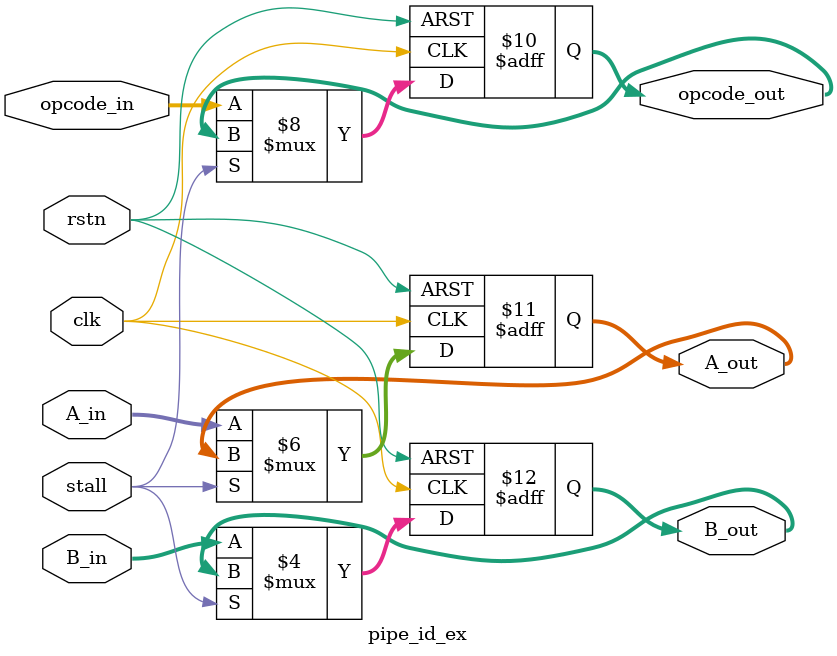
<source format=v>
`timescale 1ns / 1ps


module pipe_id_ex (
    input clk,
    input rstn,
    input stall,

    input  [3:0] opcode_in,
    input  [7:0] A_in,
    input  [7:0] B_in,

    output reg [3:0] opcode_out,
    output reg [7:0] A_out,
    output reg [7:0] B_out
);

    always @(posedge clk or negedge rstn) begin
        if (!rstn) begin
            opcode_out <= 0;
            A_out      <= 0;
            B_out      <= 0;
        end 
        else if (!stall) begin
            opcode_out <= opcode_in;
            A_out      <= A_in;
            B_out      <= B_in;
        end
    end

endmodule

  



</source>
